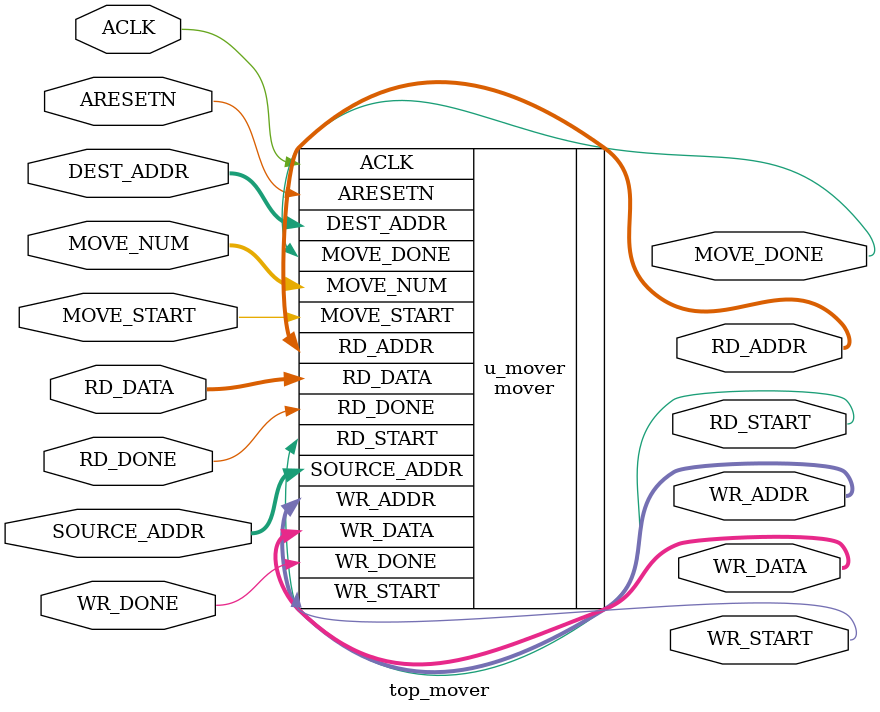
<source format=v>
module top_mover(
    // Control Signals
    input MOVE_START,
    input[7:0] MOVE_NUM,
    input[31:0] SOURCE_ADDR,
    input[31:0] DEST_ADDR,
    output MOVE_DONE,

    output RD_START,
    output [31:0] RD_ADDR,
    input[127:0] RD_DATA,
    input RD_DONE,

    output WR_START,
    output [31:0] WR_ADDR,
    output [127:0] WR_DATA,
    input WR_DONE,




    input ACLK,
    input ARESETN
);




mover u_mover(
    .MOVE_START  ( MOVE_START  ),
    .MOVE_NUM    ( MOVE_NUM    ),
    .SOURCE_ADDR ( SOURCE_ADDR ),
    .DEST_ADDR   ( DEST_ADDR   ),
    .MOVE_DONE   ( MOVE_DONE   ),
    .RD_START    ( RD_START    ),
    .RD_ADDR     ( RD_ADDR     ),
    .RD_DATA     ( RD_DATA     ),
    .RD_DONE     ( RD_DONE     ),
    .WR_START    ( WR_START    ),
    .WR_ADDR     ( WR_ADDR     ),
    .WR_DATA     ( WR_DATA     ),
    .WR_DONE     ( WR_DONE     ),
    .ACLK        ( ACLK        ),
    .ARESETN     ( ARESETN     )
);



endmodule
</source>
